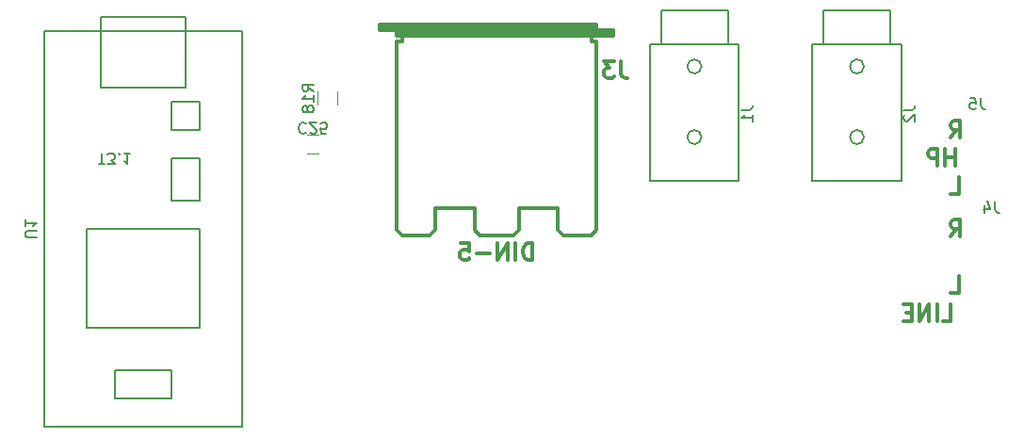
<source format=gbo>
G04 #@! TF.GenerationSoftware,KiCad,Pcbnew,(2017-11-24 revision 9df938484)-makepkg*
G04 #@! TF.CreationDate,2018-02-06T21:34:55+01:00*
G04 #@! TF.ProjectId,DigiSynth,4469676953796E74682E6B696361645F,rev?*
G04 #@! TF.SameCoordinates,Original*
G04 #@! TF.FileFunction,Legend,Bot*
G04 #@! TF.FilePolarity,Positive*
%FSLAX46Y46*%
G04 Gerber Fmt 4.6, Leading zero omitted, Abs format (unit mm)*
G04 Created by KiCad (PCBNEW (2017-11-24 revision 9df938484)-makepkg) date 02/06/18 21:34:55*
%MOMM*%
%LPD*%
G01*
G04 APERTURE LIST*
%ADD10C,0.300000*%
%ADD11C,0.150000*%
%ADD12C,0.304800*%
%ADD13C,0.120000*%
G04 APERTURE END LIST*
D10*
X106132142Y-43858571D02*
X106846428Y-43858571D01*
X106846428Y-42358571D01*
X105632142Y-43858571D02*
X105632142Y-42358571D01*
X104917857Y-43858571D02*
X104917857Y-42358571D01*
X104060714Y-43858571D01*
X104060714Y-42358571D01*
X103346428Y-43072857D02*
X102846428Y-43072857D01*
X102632142Y-43858571D02*
X103346428Y-43858571D01*
X103346428Y-42358571D01*
X102632142Y-42358571D01*
X106850714Y-41318571D02*
X107565000Y-41318571D01*
X107565000Y-39818571D01*
X106850714Y-36238571D02*
X107350714Y-35524285D01*
X107707857Y-36238571D02*
X107707857Y-34738571D01*
X107136428Y-34738571D01*
X106993571Y-34810000D01*
X106922142Y-34881428D01*
X106850714Y-35024285D01*
X106850714Y-35238571D01*
X106922142Y-35381428D01*
X106993571Y-35452857D01*
X107136428Y-35524285D01*
X107707857Y-35524285D01*
X106850714Y-32428571D02*
X107565000Y-32428571D01*
X107565000Y-30928571D01*
X106850714Y-27348571D02*
X107350714Y-26634285D01*
X107707857Y-27348571D02*
X107707857Y-25848571D01*
X107136428Y-25848571D01*
X106993571Y-25920000D01*
X106922142Y-25991428D01*
X106850714Y-26134285D01*
X106850714Y-26348571D01*
X106922142Y-26491428D01*
X106993571Y-26562857D01*
X107136428Y-26634285D01*
X107707857Y-26634285D01*
X107223571Y-29888571D02*
X107223571Y-28388571D01*
X107223571Y-29102857D02*
X106366428Y-29102857D01*
X106366428Y-29888571D02*
X106366428Y-28388571D01*
X105652142Y-29888571D02*
X105652142Y-28388571D01*
X105080714Y-28388571D01*
X104937857Y-28460000D01*
X104866428Y-28531428D01*
X104795000Y-28674285D01*
X104795000Y-28888571D01*
X104866428Y-29031428D01*
X104937857Y-29102857D01*
X105080714Y-29174285D01*
X105652142Y-29174285D01*
D11*
X95425000Y-15955000D02*
X95425000Y-18955000D01*
X101425000Y-15955000D02*
X95425000Y-15955000D01*
X101425000Y-18955000D02*
X101425000Y-15955000D01*
X94425000Y-18955000D02*
X98425000Y-18955000D01*
X94425000Y-31205000D02*
X94425000Y-18955000D01*
X102425000Y-31205000D02*
X94425000Y-31205000D01*
X102425000Y-18955000D02*
X102425000Y-31205000D01*
X98425000Y-18955000D02*
X102425000Y-18955000D01*
X99060000Y-27305000D02*
G75*
G03X99060000Y-27305000I-635000J0D01*
G01*
X99060000Y-20955000D02*
G75*
G03X99060000Y-20955000I-635000J0D01*
G01*
X80820000Y-15955000D02*
X80820000Y-18955000D01*
X86820000Y-15955000D02*
X80820000Y-15955000D01*
X86820000Y-18955000D02*
X86820000Y-15955000D01*
X79820000Y-18955000D02*
X83820000Y-18955000D01*
X79820000Y-31205000D02*
X79820000Y-18955000D01*
X87820000Y-31205000D02*
X79820000Y-31205000D01*
X87820000Y-18955000D02*
X87820000Y-31205000D01*
X83820000Y-18955000D02*
X87820000Y-18955000D01*
X84455000Y-27305000D02*
G75*
G03X84455000Y-27305000I-635000J0D01*
G01*
X84455000Y-20955000D02*
G75*
G03X84455000Y-20955000I-635000J0D01*
G01*
X38100000Y-17780000D02*
X38100000Y-16510000D01*
X38100000Y-16510000D02*
X30480000Y-16510000D01*
X30480000Y-16510000D02*
X30480000Y-17780000D01*
X39370000Y-29210000D02*
X39370000Y-33020000D01*
X39370000Y-33020000D02*
X36830000Y-33020000D01*
X36830000Y-33020000D02*
X36830000Y-29210000D01*
X36830000Y-29210000D02*
X39370000Y-29210000D01*
X38100000Y-22860000D02*
X30480000Y-22860000D01*
X30480000Y-22860000D02*
X30480000Y-17780000D01*
X38100000Y-22860000D02*
X38100000Y-17780000D01*
X39370000Y-24130000D02*
X39370000Y-26670000D01*
X39370000Y-26670000D02*
X36830000Y-26670000D01*
X36830000Y-26670000D02*
X36830000Y-24130000D01*
X36830000Y-24130000D02*
X39370000Y-24130000D01*
X31750000Y-50800000D02*
X36830000Y-50800000D01*
X36830000Y-50800000D02*
X36830000Y-48260000D01*
X36830000Y-48260000D02*
X31750000Y-48260000D01*
X31750000Y-48260000D02*
X31750000Y-50800000D01*
X39370000Y-44450000D02*
X29210000Y-44450000D01*
X29210000Y-35560000D02*
X39370000Y-35560000D01*
X29210000Y-44450000D02*
X29210000Y-35560000D01*
X39370000Y-44450000D02*
X39370000Y-35560000D01*
X25400000Y-17780000D02*
X25400000Y-53340000D01*
X25400000Y-53340000D02*
X43180000Y-53340000D01*
X43180000Y-53340000D02*
X43180000Y-17780000D01*
X43180000Y-17780000D02*
X25400000Y-17780000D01*
D12*
X57040780Y-17919700D02*
X76540360Y-17919700D01*
X75039220Y-17670780D02*
X57040780Y-17670780D01*
X55539640Y-17419320D02*
X75039220Y-17419320D01*
X57040780Y-35669220D02*
X57040780Y-18669000D01*
X57040780Y-35669220D02*
X57541160Y-36169600D01*
X57541160Y-36169600D02*
X60040520Y-36169600D01*
X60040520Y-36169600D02*
X60540900Y-35669220D01*
X60540900Y-35669220D02*
X60540900Y-33670240D01*
X60540900Y-33670240D02*
X64041020Y-33670240D01*
X75039220Y-35669220D02*
X75039220Y-18669000D01*
X75039220Y-35669220D02*
X74538840Y-36169600D01*
X74538840Y-36169600D02*
X72539860Y-36169600D01*
X72539860Y-36169600D02*
X72039480Y-36169600D01*
X72039480Y-36169600D02*
X71539100Y-35669220D01*
X71539100Y-35669220D02*
X71539100Y-33670240D01*
X71539100Y-33670240D02*
X68038980Y-33670240D01*
X64538860Y-36169600D02*
X64041020Y-35669220D01*
X64041020Y-35669220D02*
X64041020Y-33670240D01*
X64538860Y-36169600D02*
X67541140Y-36169600D01*
X67541140Y-36169600D02*
X68038980Y-35669220D01*
X68038980Y-35669220D02*
X68038980Y-33670240D01*
X76540360Y-17670780D02*
X75039220Y-17670780D01*
X75039220Y-17670780D02*
X75039220Y-17170400D01*
X75039220Y-17170400D02*
X55539640Y-17170400D01*
X55539640Y-17670780D02*
X57040780Y-17670780D01*
X57040780Y-17670780D02*
X57040780Y-18171160D01*
X57040780Y-18171160D02*
X76540360Y-18171160D01*
X75039220Y-18669000D02*
X74538840Y-18669000D01*
X57040780Y-18669000D02*
X57541160Y-18669000D01*
X74538840Y-18171160D02*
X74538840Y-18669000D01*
X57541160Y-18669000D02*
X57541160Y-18171160D01*
X55539640Y-17170400D02*
X55539640Y-17670780D01*
X76540360Y-18171160D02*
X76540360Y-17670780D01*
D13*
X51680000Y-24415000D02*
X51680000Y-23215000D01*
X49920000Y-23215000D02*
X49920000Y-24415000D01*
X50030000Y-28790000D02*
X49030000Y-28790000D01*
X49030000Y-27090000D02*
X50030000Y-27090000D01*
D11*
X102627380Y-24871666D02*
X103341666Y-24871666D01*
X103484523Y-24824047D01*
X103579761Y-24728809D01*
X103627380Y-24585952D01*
X103627380Y-24490714D01*
X102722619Y-25300238D02*
X102675000Y-25347857D01*
X102627380Y-25443095D01*
X102627380Y-25681190D01*
X102675000Y-25776428D01*
X102722619Y-25824047D01*
X102817857Y-25871666D01*
X102913095Y-25871666D01*
X103055952Y-25824047D01*
X103627380Y-25252619D01*
X103627380Y-25871666D01*
X88022380Y-24871666D02*
X88736666Y-24871666D01*
X88879523Y-24824047D01*
X88974761Y-24728809D01*
X89022380Y-24585952D01*
X89022380Y-24490714D01*
X89022380Y-25871666D02*
X89022380Y-25300238D01*
X89022380Y-25585952D02*
X88022380Y-25585952D01*
X88165238Y-25490714D01*
X88260476Y-25395476D01*
X88308095Y-25300238D01*
X24677619Y-36321904D02*
X23868095Y-36321904D01*
X23772857Y-36274285D01*
X23725238Y-36226666D01*
X23677619Y-36131428D01*
X23677619Y-35940952D01*
X23725238Y-35845714D01*
X23772857Y-35798095D01*
X23868095Y-35750476D01*
X24677619Y-35750476D01*
X23677619Y-34750476D02*
X23677619Y-35321904D01*
X23677619Y-35036190D02*
X24677619Y-35036190D01*
X24534761Y-35131428D01*
X24439523Y-35226666D01*
X24391904Y-35321904D01*
X30273809Y-29757619D02*
X30845238Y-29757619D01*
X30559523Y-28757619D02*
X30559523Y-29757619D01*
X31083333Y-29757619D02*
X31702380Y-29757619D01*
X31369047Y-29376666D01*
X31511904Y-29376666D01*
X31607142Y-29329047D01*
X31654761Y-29281428D01*
X31702380Y-29186190D01*
X31702380Y-28948095D01*
X31654761Y-28852857D01*
X31607142Y-28805238D01*
X31511904Y-28757619D01*
X31226190Y-28757619D01*
X31130952Y-28805238D01*
X31083333Y-28852857D01*
X32130952Y-28852857D02*
X32178571Y-28805238D01*
X32130952Y-28757619D01*
X32083333Y-28805238D01*
X32130952Y-28852857D01*
X32130952Y-28757619D01*
X33130952Y-28757619D02*
X32559523Y-28757619D01*
X32845238Y-28757619D02*
X32845238Y-29757619D01*
X32750000Y-29614761D01*
X32654761Y-29519523D01*
X32559523Y-29471904D01*
D12*
X77216000Y-20501428D02*
X77216000Y-21590000D01*
X77288571Y-21807714D01*
X77433714Y-21952857D01*
X77651428Y-22025428D01*
X77796571Y-22025428D01*
X76635428Y-20501428D02*
X75692000Y-20501428D01*
X76200000Y-21082000D01*
X75982285Y-21082000D01*
X75837142Y-21154571D01*
X75764571Y-21227142D01*
X75692000Y-21372285D01*
X75692000Y-21735142D01*
X75764571Y-21880285D01*
X75837142Y-21952857D01*
X75982285Y-22025428D01*
X76417714Y-22025428D01*
X76562857Y-21952857D01*
X76635428Y-21880285D01*
X69269428Y-38360168D02*
X69269428Y-36836168D01*
X68906571Y-36836168D01*
X68688857Y-36908740D01*
X68543714Y-37053882D01*
X68471142Y-37199025D01*
X68398571Y-37489311D01*
X68398571Y-37707025D01*
X68471142Y-37997311D01*
X68543714Y-38142454D01*
X68688857Y-38287597D01*
X68906571Y-38360168D01*
X69269428Y-38360168D01*
X67745428Y-38360168D02*
X67745428Y-36836168D01*
X67019714Y-38360168D02*
X67019714Y-36836168D01*
X66148857Y-38360168D01*
X66148857Y-36836168D01*
X65423142Y-37779597D02*
X64262000Y-37779597D01*
X62810571Y-36836168D02*
X63536285Y-36836168D01*
X63608857Y-37561882D01*
X63536285Y-37489311D01*
X63391142Y-37416740D01*
X63028285Y-37416740D01*
X62883142Y-37489311D01*
X62810571Y-37561882D01*
X62738000Y-37707025D01*
X62738000Y-38069882D01*
X62810571Y-38215025D01*
X62883142Y-38287597D01*
X63028285Y-38360168D01*
X63391142Y-38360168D01*
X63536285Y-38287597D01*
X63608857Y-38215025D01*
D11*
X49602380Y-23172142D02*
X49126190Y-22838809D01*
X49602380Y-22600714D02*
X48602380Y-22600714D01*
X48602380Y-22981666D01*
X48650000Y-23076904D01*
X48697619Y-23124523D01*
X48792857Y-23172142D01*
X48935714Y-23172142D01*
X49030952Y-23124523D01*
X49078571Y-23076904D01*
X49126190Y-22981666D01*
X49126190Y-22600714D01*
X49602380Y-24124523D02*
X49602380Y-23553095D01*
X49602380Y-23838809D02*
X48602380Y-23838809D01*
X48745238Y-23743571D01*
X48840476Y-23648333D01*
X48888095Y-23553095D01*
X49030952Y-24695952D02*
X48983333Y-24600714D01*
X48935714Y-24553095D01*
X48840476Y-24505476D01*
X48792857Y-24505476D01*
X48697619Y-24553095D01*
X48650000Y-24600714D01*
X48602380Y-24695952D01*
X48602380Y-24886428D01*
X48650000Y-24981666D01*
X48697619Y-25029285D01*
X48792857Y-25076904D01*
X48840476Y-25076904D01*
X48935714Y-25029285D01*
X48983333Y-24981666D01*
X49030952Y-24886428D01*
X49030952Y-24695952D01*
X49078571Y-24600714D01*
X49126190Y-24553095D01*
X49221428Y-24505476D01*
X49411904Y-24505476D01*
X49507142Y-24553095D01*
X49554761Y-24600714D01*
X49602380Y-24695952D01*
X49602380Y-24886428D01*
X49554761Y-24981666D01*
X49507142Y-25029285D01*
X49411904Y-25076904D01*
X49221428Y-25076904D01*
X49126190Y-25029285D01*
X49078571Y-24981666D01*
X49030952Y-24886428D01*
X48887142Y-26082857D02*
X48839523Y-26035238D01*
X48696666Y-25987619D01*
X48601428Y-25987619D01*
X48458571Y-26035238D01*
X48363333Y-26130476D01*
X48315714Y-26225714D01*
X48268095Y-26416190D01*
X48268095Y-26559047D01*
X48315714Y-26749523D01*
X48363333Y-26844761D01*
X48458571Y-26940000D01*
X48601428Y-26987619D01*
X48696666Y-26987619D01*
X48839523Y-26940000D01*
X48887142Y-26892380D01*
X49268095Y-26892380D02*
X49315714Y-26940000D01*
X49410952Y-26987619D01*
X49649047Y-26987619D01*
X49744285Y-26940000D01*
X49791904Y-26892380D01*
X49839523Y-26797142D01*
X49839523Y-26701904D01*
X49791904Y-26559047D01*
X49220476Y-25987619D01*
X49839523Y-25987619D01*
X50744285Y-26987619D02*
X50268095Y-26987619D01*
X50220476Y-26511428D01*
X50268095Y-26559047D01*
X50363333Y-26606666D01*
X50601428Y-26606666D01*
X50696666Y-26559047D01*
X50744285Y-26511428D01*
X50791904Y-26416190D01*
X50791904Y-26178095D01*
X50744285Y-26082857D01*
X50696666Y-26035238D01*
X50601428Y-25987619D01*
X50363333Y-25987619D01*
X50268095Y-26035238D01*
X50220476Y-26082857D01*
X110823333Y-33107380D02*
X110823333Y-33821666D01*
X110870952Y-33964523D01*
X110966190Y-34059761D01*
X111109047Y-34107380D01*
X111204285Y-34107380D01*
X109918571Y-33440714D02*
X109918571Y-34107380D01*
X110156666Y-33059761D02*
X110394761Y-33774047D01*
X109775714Y-33774047D01*
X109553333Y-23792380D02*
X109553333Y-24506666D01*
X109600952Y-24649523D01*
X109696190Y-24744761D01*
X109839047Y-24792380D01*
X109934285Y-24792380D01*
X108600952Y-23792380D02*
X109077142Y-23792380D01*
X109124761Y-24268571D01*
X109077142Y-24220952D01*
X108981904Y-24173333D01*
X108743809Y-24173333D01*
X108648571Y-24220952D01*
X108600952Y-24268571D01*
X108553333Y-24363809D01*
X108553333Y-24601904D01*
X108600952Y-24697142D01*
X108648571Y-24744761D01*
X108743809Y-24792380D01*
X108981904Y-24792380D01*
X109077142Y-24744761D01*
X109124761Y-24697142D01*
M02*

</source>
